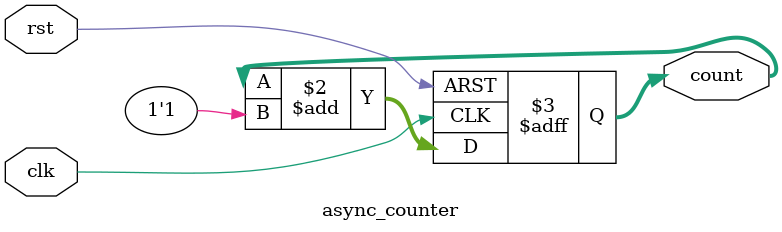
<source format=sv>
module async_counter#(parameter N=4)(input logic clk, rst,
									 output logic[N-1:0] count);

					
always_ff @(posedge clk, posedge rst)
	if(rst) 
		count <= 0;
	else 
		count <= count + 1'b1;
	
endmodule 
</source>
